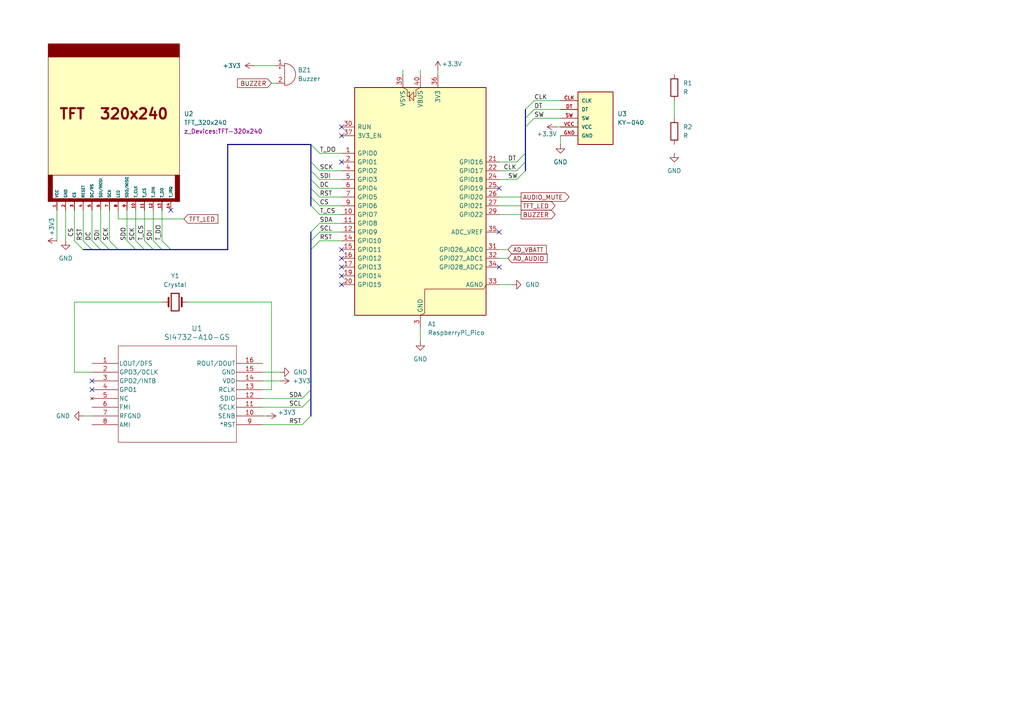
<source format=kicad_sch>
(kicad_sch (version 20250114) (generator "eeschema") (generator_version "9.0")
  (paper "A4")
  (lib_symbols
    (symbol "Device:Buzzer" (pin_names (offset 0.0254) (hide yes))
      (property "Reference" "BZ" (at 3.81 1.27 0))
      (property "Value" "Buzzer" (at 3.81 -1.27 0))
      (symbol "Buzzer_0_1"
        (polyline (pts (xy -1.651 1.905) (xy -1.143 1.905)))
        (polyline (pts (xy -1.397 2.159) (xy -1.397 1.651)))
        (arc (start 0 3.175) (mid 3.1612 0) (end 0 -3.175))
        (polyline (pts (xy 0 3.175) (xy 0 -3.175)))
      )
      (symbol "Buzzer_1_1"
        (pin passive line (at -2.54 2.54 0) (length 2.54) (name "+") (number "1"))
        (pin passive line (at -2.54 -2.54 0) (length 2.54) (name "-") (number "2"))
      )
    )
    (symbol "Device:Crystal" (pin_numbers (hide yes)) (pin_names (offset 1.016) (hide yes))
      (property "Reference" "Y" (at 0 3.81 0))
      (property "Value" "Crystal" (at 0 -3.81 0))
      (symbol "Crystal_0_1"
        (polyline (pts (xy -2.54 0) (xy -1.905 0)))
        (polyline (pts (xy -1.905 -1.27) (xy -1.905 1.27)) (stroke (width 0.508)))
        (rectangle (start -1.143 2.54) (end 1.143 -2.54) (stroke (width 0.3048)))
        (polyline (pts (xy 1.905 -1.27) (xy 1.905 1.27)) (stroke (width 0.508)))
        (polyline (pts (xy 2.54 0) (xy 1.905 0)))
      )
      (symbol "Crystal_1_1"
        (pin passive line (at -3.81 0 0) (length 1.27) (name "1") (number "1"))
        (pin passive line (at 3.81 0 180) (length 1.27) (name "2") (number "2"))
      )
    )
    (symbol "Device:KY-040" (pin_names (offset 1.016))
      (property "Reference" "U" (at -5.08 10.16 0))
      (property "Value" "KY-040" (at -5.08 -12.7 0))
      (symbol "KY-040_0_0"
        (rectangle (start -5.08 -7.62) (end 5.08 7.62) (stroke (width 0.254)) (fill (type background)))
        (pin output line (at -10.16 5.08 0) (length 5.08) (name "CLK") (number "CLK"))
        (pin output line (at -10.16 2.54 0) (length 5.08) (name "DT") (number "DT"))
        (pin output line (at -10.16 0 0) (length 5.08) (name "SW") (number "SW"))
        (pin power_in line (at -10.16 -2.54 0) (length 5.08) (name "VCC") (number "VCC"))
        (pin power_in line (at -10.16 -5.08 0) (length 5.08) (name "GND") (number "GND"))
      )
    )
    (symbol "Device:R" (pin_numbers (hide yes)) (pin_names (offset 0))
      (property "Reference" "R" (at 2.032 0 90))
      (property "Value" "R" (at 0 0 90))
      (symbol "R_0_1"
        (rectangle (start -1.016 -2.54) (end 1.016 2.54) (stroke (width 0.254)))
      )
      (symbol "R_1_1"
        (pin passive line (at 0 3.81 270) (length 1.27) (name "~") (number "1"))
        (pin passive line (at 0 -3.81 90) (length 1.27) (name "~") (number "2"))
      )
    )
    (symbol "Display_Graphic:TFT_320x240" (pin_names (offset 1.016))
      (property "Reference" "U?" (at 20.32 25.4001 0))
      (property "Value" "TFT_320x240" (at 20.32 22.8601 0))
      (property "Footprint" "z_Devices:TFT-320x240" (at 20.32 20.3201 0))
      (symbol "TFT_320x240_0_0"
        (text "TFT  320x240" (at 0 25.4 0) (effects (font (size 2.9972 2.9972) (bold yes))))
      )
      (symbol "TFT_320x240_0_1"
        (rectangle (start -19.05 41.91) (end 19.05 45.72) (fill (type outline)))
        (rectangle (start -19.05 41.91) (end 19.05 7.62) (fill (type background)))
        (rectangle (start -19.05 7.62) (end -17.78 0) (fill (type outline)))
        (rectangle (start -19.05 7.62) (end 19.05 0))
        (rectangle (start -19.05 0.8382) (end 19.05 0) (fill (type outline)))
        (rectangle (start 17.78 7.62) (end 19.05 0) (fill (type outline)))
      )
      (symbol "TFT_320x240_1_1"
        (pin power_in line (at -16.51 -2.54 90) (length 2.54) (name "VCC") (number "1"))
        (pin bidirectional line (at -13.97 -2.54 90) (length 2.54) (name "GND") (number "2"))
        (pin bidirectional line (at -11.43 -2.54 90) (length 2.54) (name "CS") (number "3"))
        (pin bidirectional line (at -8.89 -2.54 90) (length 2.54) (name "RESET") (number "4"))
        (pin bidirectional line (at -6.35 -2.54 90) (length 2.54) (name "DC/RS") (number "5"))
        (pin bidirectional line (at -3.81 -2.54 90) (length 2.54) (name "SDI/MOSI") (number "6"))
        (pin bidirectional line (at -1.27 -2.54 90) (length 2.54) (name "SCK") (number "7"))
        (pin power_in line (at 1.27 -2.54 90) (length 2.54) (name "LED") (number "8"))
        (pin bidirectional line (at 3.81 -2.54 90) (length 2.54) (name "SDO/MISO") (number "9"))
        (pin bidirectional line (at 6.35 -2.54 90) (length 2.54) (name "T_CLK") (number "10"))
        (pin bidirectional line (at 8.89 -2.54 90) (length 2.54) (name "T_CS") (number "11"))
        (pin bidirectional line (at 11.43 -2.54 90) (length 2.54) (name "T_DIN") (number "12"))
        (pin bidirectional line (at 13.97 -2.54 90) (length 2.54) (name "T_DO") (number "13"))
        (pin bidirectional line (at 16.51 -2.54 90) (length 2.54) (name "T_IRQ") (number "14"))
      )
    )
    (symbol "MCU_Module:RaspberryPi_Pico" (pin_names (offset 0.762))
      (property "Reference" "A" (at -19.05 35.56 0))
      (property "Value" "RaspberryPi_Pico" (at 7.62 35.56 0))
      (symbol "RaspberryPi_Pico_0_1"
        (rectangle (start -19.05 34.29) (end 19.05 -31.75) (stroke (width 0.254)) (fill (type background)))
        (polyline (pts (xy -5.08 34.29) (xy -3.81 33.655) (xy -3.81 31.75) (xy -3.175 31.75)))
        (polyline (pts (xy -3.429 32.766) (xy -3.429 33.02) (xy -3.175 33.02) (xy -3.175 30.48) (xy -2.921 30.48) (xy -2.921 30.734)))
        (polyline (pts (xy -3.175 31.75) (xy -1.905 33.02) (xy -1.905 30.48) (xy -3.175 31.75)))
        (polyline (pts (xy 0 34.29) (xy -1.27 33.655) (xy -1.27 31.75) (xy -1.905 31.75)))
        (polyline (pts (xy 0 -31.75) (xy 1.27 -31.115) (xy 1.27 -24.13) (xy 18.415 -24.13) (xy 19.05 -22.86)))
      )
      (symbol "RaspberryPi_Pico_1_1"
        (pin passive line (at -22.86 22.86 0) (length 3.81) (name "RUN") (number "30"))
        (pin passive line (at -22.86 20.32 0) (length 3.81) (name "3V3_EN") (number "37"))
        (pin bidirectional line (at -22.86 15.24 0) (length 3.81) (name "GPIO0") (number "1"))
        (pin bidirectional line (at -22.86 12.7 0) (length 3.81) (name "GPIO1") (number "2"))
        (pin bidirectional line (at -22.86 10.16 0) (length 3.81) (name "GPIO2") (number "4"))
        (pin bidirectional line (at -22.86 7.62 0) (length 3.81) (name "GPIO3") (number "5"))
        (pin bidirectional line (at -22.86 5.08 0) (length 3.81) (name "GPIO4") (number "6"))
        (pin bidirectional line (at -22.86 2.54 0) (length 3.81) (name "GPIO5") (number "7"))
        (pin bidirectional line (at -22.86 0 0) (length 3.81) (name "GPIO6") (number "9"))
        (pin bidirectional line (at -22.86 -2.54 0) (length 3.81) (name "GPIO7") (number "10"))
        (pin bidirectional line (at -22.86 -5.08 0) (length 3.81) (name "GPIO8") (number "11"))
        (pin bidirectional line (at -22.86 -7.62 0) (length 3.81) (name "GPIO9") (number "12"))
        (pin bidirectional line (at -22.86 -10.16 0) (length 3.81) (name "GPIO10") (number "14"))
        (pin bidirectional line (at -22.86 -12.7 0) (length 3.81) (name "GPIO11") (number "15"))
        (pin bidirectional line (at -22.86 -15.24 0) (length 3.81) (name "GPIO12") (number "16"))
        (pin bidirectional line (at -22.86 -17.78 0) (length 3.81) (name "GPIO13") (number "17"))
        (pin bidirectional line (at -22.86 -20.32 0) (length 3.81) (name "GPIO14") (number "19"))
        (pin bidirectional line (at -22.86 -22.86 0) (length 3.81) (name "GPIO15") (number "20"))
        (pin power_in line (at -5.08 38.1 270) (length 3.81) (name "VSYS") (number "39"))
        (pin power_out line (at 0 38.1 270) (length 3.81) (name "VBUS") (number "40"))
        (pin passive line (at 0 -35.56 90) (length 3.81) (hide yes) (name "GND") (number "13"))
        (pin passive line (at 0 -35.56 90) (length 3.81) (hide yes) (name "GND") (number "18"))
        (pin passive line (at 0 -35.56 90) (length 3.81) (hide yes) (name "GND") (number "23"))
        (pin passive line (at 0 -35.56 90) (length 3.81) (hide yes) (name "GND") (number "28"))
        (pin power_out line (at 0 -35.56 90) (length 3.81) (name "GND") (number "3"))
        (pin passive line (at 0 -35.56 90) (length 3.81) (hide yes) (name "GND") (number "38"))
        (pin passive line (at 0 -35.56 90) (length 3.81) (hide yes) (name "GND") (number "8"))
        (pin power_out line (at 5.08 38.1 270) (length 3.81) (name "3V3") (number "36"))
        (pin bidirectional line (at 22.86 12.7 180) (length 3.81) (name "GPIO16") (number "21"))
        (pin bidirectional line (at 22.86 10.16 180) (length 3.81) (name "GPIO17") (number "22"))
        (pin bidirectional line (at 22.86 7.62 180) (length 3.81) (name "GPIO18") (number "24"))
        (pin bidirectional line (at 22.86 5.08 180) (length 3.81) (name "GPIO19") (number "25"))
        (pin bidirectional line (at 22.86 2.54 180) (length 3.81) (name "GPIO20") (number "26"))
        (pin bidirectional line (at 22.86 0 180) (length 3.81) (name "GPIO21") (number "27"))
        (pin bidirectional line (at 22.86 -2.54 180) (length 3.81) (name "GPIO22") (number "29"))
        (pin power_in line (at 22.86 -7.62 180) (length 3.81) (name "ADC_VREF") (number "35"))
        (pin bidirectional line (at 22.86 -12.7 180) (length 3.81) (name "GPIO26_ADC0") (number "31"))
        (pin bidirectional line (at 22.86 -15.24 180) (length 3.81) (name "GPIO27_ADC1") (number "32"))
        (pin bidirectional line (at 22.86 -17.78 180) (length 3.81) (name "GPIO28_ADC2") (number "34"))
        (pin power_out line (at 22.86 -22.86 180) (length 3.81) (name "AGND") (number "33"))
      )
    )
    (symbol "RF_AM_FM:SI4732-A10-GS" (pin_names (offset 0.254))
      (property "Reference" "U" (at 30.48 10.16 0))
      (property "Value" "SI4732-A10-GS" (at 30.48 7.62 0))
      (symbol "SI4732-A10-GS_0_1"
        (polyline (pts (xy 7.62 5.08) (xy 7.62 -22.86)) (stroke (width 0.127)))
        (polyline (pts (xy 7.62 -22.86) (xy 41.91 -22.86)) (stroke (width 0.127)))
        (polyline (pts (xy 41.91 5.08) (xy 7.62 5.08)) (stroke (width 0.127)))
        (polyline (pts (xy 41.91 -22.86) (xy 41.91 5.08)) (stroke (width 0.127)))
        (pin unspecified line (at 0 0 0) (length 7.62) (name "LOUT/DFS") (number "1"))
        (pin unspecified line (at 0 -2.54 0) (length 7.62) (name "GPO3/DCLK") (number "2"))
        (pin unspecified line (at 0 -5.08 0) (length 7.62) (name "GPO2/INTB") (number "3"))
        (pin unspecified line (at 0 -7.62 0) (length 7.62) (name "GPO1") (number "4"))
        (pin no_connect line (at 0 -10.16 0) (length 7.62) (name "NC") (number "5"))
        (pin unspecified line (at 0 -12.7 0) (length 7.62) (name "FMI") (number "6"))
        (pin power_out line (at 0 -15.24 0) (length 7.62) (name "RFGND") (number "7"))
        (pin unspecified line (at 0 -17.78 0) (length 7.62) (name "AMI") (number "8"))
        (pin unspecified line (at 49.53 0 180) (length 7.62) (name "ROUT/DOUT") (number "16"))
        (pin power_out line (at 49.53 -2.54 180) (length 7.62) (name "GND") (number "15"))
        (pin power_in line (at 49.53 -5.08 180) (length 7.62) (name "VDD") (number "14"))
        (pin unspecified line (at 49.53 -7.62 180) (length 7.62) (name "RCLK") (number "13"))
        (pin unspecified line (at 49.53 -10.16 180) (length 7.62) (name "SDIO") (number "12"))
        (pin unspecified line (at 49.53 -12.7 180) (length 7.62) (name "SCLK") (number "11"))
        (pin unspecified line (at 49.53 -15.24 180) (length 7.62) (name "SENB") (number "10"))
        (pin unspecified line (at 49.53 -17.78 180) (length 7.62) (name "*RST") (number "9"))
      )
    )
    (symbol "power:+3.3V" (power) (pin_numbers (hide yes)) (pin_names (offset 0) (hide yes))
      (property "Value" "+3.3V" (at 0 3.556 0))
      (symbol "+3.3V_0_1"
        (polyline (pts (xy -0.762 1.27) (xy 0 2.54)))
        (polyline (pts (xy 0 2.54) (xy 0.762 1.27)))
        (polyline (pts (xy 0 0) (xy 0 2.54)))
      )
      (symbol "+3.3V_1_1"
        (pin power_in line (at 0 0 90) (length 0) (name "~") (number "1"))
      )
    )
    (symbol "power:+3V3" (power) (pin_numbers (hide yes)) (pin_names (offset 0) (hide yes))
      (property "Value" "+3V3" (at 0 3.556 0))
      (symbol "+3V3_0_1"
        (polyline (pts (xy -0.762 1.27) (xy 0 2.54)))
        (polyline (pts (xy 0 2.54) (xy 0.762 1.27)))
        (polyline (pts (xy 0 0) (xy 0 2.54)))
      )
      (symbol "+3V3_1_1"
        (pin power_in line (at 0 0 90) (length 0) (name "~") (number "1"))
      )
    )
    (symbol "power:GND" (power) (pin_numbers (hide yes)) (pin_names (offset 0) (hide yes))
      (property "Value" "GND" (at 0 -3.81 0))
      (symbol "GND_0_1"
        (polyline (pts (xy 0 0) (xy 0 -1.27) (xy 1.27 -1.27) (xy 0 -2.54) (xy -1.27 -1.27) (xy 0 -1.27)))
      )
      (symbol "GND_1_1"
        (pin power_in line (at 0 0 270) (length 0) (name "~") (number "1"))
      )
    )
  )
  (no_connect (at 99.06 74.93))
  (no_connect (at 26.67 110.49))
  (no_connect (at 99.06 82.55))
  (no_connect (at 99.06 39.37))
  (no_connect (at 99.06 72.39))
  (no_connect (at 144.78 67.31))
  (no_connect (at 49.53 60.96))
  (no_connect (at 99.06 46.99))
  (no_connect (at 99.06 77.47))
  (no_connect (at 144.78 77.47))
  (no_connect (at 99.06 80.01))
  (no_connect (at 99.06 36.83))
  (no_connect (at 26.67 113.03))
  (no_connect (at 144.78 54.61))
  (bus_entry (at 87.63 115.57) (size 2.54 -2.54))
  (bus_entry (at 44.45 69.85) (size 2.54 2.54))
  (bus_entry (at 149.86 46.99) (size 2.54 -2.54))
  (bus_entry (at 29.21 69.85) (size 2.54 2.54))
  (bus_entry (at 149.86 52.07) (size 2.54 -2.54))
  (bus_entry (at 152.4 31.75) (size 2.54 -2.54))
  (bus_entry (at 26.67 69.85) (size 2.54 2.54))
  (bus_entry (at 90.17 52.07) (size 2.54 2.54))
  (bus_entry (at 90.17 54.61) (size 2.54 2.54))
  (bus_entry (at 90.17 49.53) (size 2.54 2.54))
  (bus_entry (at 87.63 118.11) (size 2.54 -2.54))
  (bus_entry (at 46.99 69.85) (size 2.54 2.54))
  (bus_entry (at 90.17 72.39) (size 2.54 -2.54))
  (bus_entry (at 90.17 69.85) (size 2.54 -2.54))
  (bus_entry (at 90.17 57.15) (size 2.54 2.54))
  (bus_entry (at 90.17 67.31) (size 2.54 -2.54))
  (bus_entry (at 90.17 59.69) (size 2.54 2.54))
  (bus_entry (at 24.13 69.85) (size 2.54 2.54))
  (bus_entry (at 90.17 41.91) (size 2.54 2.54))
  (bus_entry (at 36.83 69.85) (size 2.54 2.54))
  (bus_entry (at 41.91 69.85) (size 2.54 2.54))
  (bus_entry (at 87.63 123.19) (size 2.54 -2.54))
  (bus_entry (at 39.37 69.85) (size 2.54 2.54))
  (bus_entry (at 90.17 46.99) (size 2.54 2.54))
  (bus_entry (at 21.59 69.85) (size 2.54 2.54))
  (bus_entry (at 149.86 49.53) (size 2.54 -2.54))
  (bus_entry (at 31.75 69.85) (size 2.54 2.54))
  (bus_entry (at 152.4 36.83) (size 2.54 -2.54))
  (bus_entry (at 152.4 34.29) (size 2.54 -2.54))
  (wire (pts (xy 144.78 49.53) (xy 149.86 49.53)))
  (wire (pts (xy 144.78 82.55) (xy 148.59 82.55)))
  (wire (pts (xy 46.99 87.63) (xy 21.59 87.63)))
  (wire (pts (xy 41.91 60.96) (xy 41.91 69.85)))
  (wire (pts (xy 24.13 120.65) (xy 26.67 120.65)))
  (wire (pts (xy 76.2 115.57) (xy 87.63 115.57)))
  (wire (pts (xy 144.78 72.39) (xy 147.32 72.39)))
  (bus (pts (xy 90.17 57.15) (xy 90.17 54.61)))
  (wire (pts (xy 154.94 34.29) (xy 162.56 34.29)))
  (bus (pts (xy 90.17 41.91) (xy 90.17 46.99)))
  (bus (pts (xy 31.75 72.39) (xy 34.29 72.39)))
  (wire (pts (xy 144.78 59.69) (xy 151.13 59.69)))
  (wire (pts (xy 116.84 20.32) (xy 116.84 21.59)))
  (bus (pts (xy 66.04 41.91) (xy 66.04 72.39)))
  (wire (pts (xy 154.94 31.75) (xy 162.56 31.75)))
  (wire (pts (xy 144.78 74.93) (xy 147.32 74.93)))
  (wire (pts (xy 76.2 110.49) (xy 81.28 110.49)))
  (wire (pts (xy 92.71 54.61) (xy 99.06 54.61)))
  (wire (pts (xy 162.56 39.37) (xy 162.56 41.91)))
  (wire (pts (xy 154.94 29.21) (xy 162.56 29.21)))
  (wire (pts (xy 21.59 87.63) (xy 21.59 107.95)))
  (wire (pts (xy 144.78 62.23) (xy 151.13 62.23)))
  (bus (pts (xy 90.17 115.57) (xy 90.17 120.65)))
  (bus (pts (xy 90.17 67.31) (xy 90.17 69.85)))
  (bus (pts (xy 29.21 72.39) (xy 31.75 72.39)))
  (wire (pts (xy 29.21 60.96) (xy 29.21 69.85)))
  (bus (pts (xy 152.4 36.83) (xy 152.4 44.45)))
  (wire (pts (xy 92.71 64.77) (xy 99.06 64.77)))
  (wire (pts (xy 127 20.32) (xy 127 21.59)))
  (wire (pts (xy 16.51 60.96) (xy 16.51 69.85)))
  (wire (pts (xy 195.58 29.21) (xy 195.58 34.29)))
  (wire (pts (xy 92.71 44.45) (xy 99.06 44.45)))
  (wire (pts (xy 46.99 60.96) (xy 46.99 69.85)))
  (bus (pts (xy 90.17 52.07) (xy 90.17 49.53)))
  (bus (pts (xy 90.17 72.39) (xy 90.17 113.03)))
  (bus (pts (xy 41.91 72.39) (xy 44.45 72.39)))
  (wire (pts (xy 92.71 59.69) (xy 99.06 59.69)))
  (wire (pts (xy 161.29 36.83) (xy 162.56 36.83)))
  (wire (pts (xy 92.71 69.85) (xy 99.06 69.85)))
  (wire (pts (xy 76.2 118.11) (xy 87.63 118.11)))
  (wire (pts (xy 144.78 52.07) (xy 149.86 52.07)))
  (wire (pts (xy 34.29 60.96) (xy 34.29 63.5)))
  (wire (pts (xy 78.74 113.03) (xy 78.74 87.63)))
  (bus (pts (xy 90.17 59.69) (xy 90.17 57.15)))
  (wire (pts (xy 24.13 60.96) (xy 24.13 69.85)))
  (wire (pts (xy 76.2 107.95) (xy 81.28 107.95)))
  (wire (pts (xy 121.92 20.32) (xy 121.92 21.59)))
  (wire (pts (xy 73.66 19.05) (xy 80.01 19.05)))
  (bus (pts (xy 66.04 72.39) (xy 49.53 72.39)))
  (wire (pts (xy 144.78 57.15) (xy 151.13 57.15)))
  (bus (pts (xy 44.45 72.39) (xy 46.99 72.39)))
  (bus (pts (xy 24.13 72.39) (xy 26.67 72.39)))
  (bus (pts (xy 152.4 31.75) (xy 152.4 34.29)))
  (wire (pts (xy 21.59 60.96) (xy 21.59 69.85)))
  (wire (pts (xy 39.37 60.96) (xy 39.37 69.85)))
  (wire (pts (xy 92.71 52.07) (xy 99.06 52.07)))
  (wire (pts (xy 76.2 123.19) (xy 87.63 123.19)))
  (bus (pts (xy 152.4 34.29) (xy 152.4 36.83)))
  (bus (pts (xy 46.99 72.39) (xy 49.53 72.39)))
  (wire (pts (xy 92.71 62.23) (xy 99.06 62.23)))
  (wire (pts (xy 76.2 113.03) (xy 78.74 113.03)))
  (bus (pts (xy 39.37 72.39) (xy 41.91 72.39)))
  (bus (pts (xy 152.4 46.99) (xy 152.4 49.53)))
  (wire (pts (xy 144.78 46.99) (xy 149.86 46.99)))
  (bus (pts (xy 34.29 72.39) (xy 39.37 72.39)))
  (wire (pts (xy 92.71 67.31) (xy 99.06 67.31)))
  (wire (pts (xy 31.75 60.96) (xy 31.75 69.85)))
  (bus (pts (xy 90.17 113.03) (xy 90.17 115.57)))
  (wire (pts (xy 26.67 60.96) (xy 26.67 69.85)))
  (bus (pts (xy 152.4 44.45) (xy 152.4 46.99)))
  (wire (pts (xy 76.2 120.65) (xy 77.47 120.65)))
  (bus (pts (xy 90.17 49.53) (xy 90.17 46.99)))
  (wire (pts (xy 78.74 24.13) (xy 80.01 24.13)))
  (bus (pts (xy 90.17 69.85) (xy 90.17 72.39)))
  (wire (pts (xy 53.34 63.5) (xy 34.29 63.5)))
  (wire (pts (xy 36.83 60.96) (xy 36.83 69.85)))
  (wire (pts (xy 78.74 87.63) (xy 54.61 87.63)))
  (wire (pts (xy 92.71 49.53) (xy 99.06 49.53)))
  (wire (pts (xy 19.05 60.96) (xy 19.05 69.85)))
  (wire (pts (xy 92.71 57.15) (xy 99.06 57.15)))
  (wire (pts (xy 121.92 95.25) (xy 121.92 99.06)))
  (bus (pts (xy 90.17 54.61) (xy 90.17 52.07)))
  (bus (pts (xy 66.04 41.91) (xy 90.17 41.91)))
  (wire (pts (xy 44.45 60.96) (xy 44.45 69.85)))
  (wire (pts (xy 21.59 107.95) (xy 26.67 107.95)))
  (bus (pts (xy 26.67 72.39) (xy 29.21 72.39)))
  (label "SDI" (at 92.71 52.07 0))
  (label "SDI" (at 44.45 69.85 90))
  (label "RST" (at 92.71 69.85 0))
  (label "SCL" (at 92.71 67.31 0))
  (label "DC" (at 92.71 54.61 0))
  (label "DT" (at 154.94 31.75 0))
  (label "SDO" (at 36.83 69.85 90))
  (label "SDI" (at 29.21 69.85 90))
  (label "RST" (at 24.13 69.85 90))
  (label "CS" (at 21.59 66.04 270))
  (label "SDA" (at 92.71 64.77 0))
  (label "RST" (at 83.82 123.19 0))
  (label "T_DO" (at 46.99 69.85 90))
  (label "RST" (at 92.71 57.15 0))
  (label "CLK" (at 146.05 49.53 0))
  (label "T_CS" (at 92.71 62.23 0))
  (label "SCK" (at 31.75 69.85 90))
  (label "SCL" (at 83.82 118.11 0))
  (label "SW" (at 154.94 34.29 0))
  (label "T_CS" (at 41.91 69.85 90))
  (label "CS" (at 92.71 59.69 0))
  (label "DC" (at 26.67 69.85 90))
  (label "SCK" (at 92.71 49.53 0))
  (label "DT" (at 147.32 46.99 0))
  (label "CLK" (at 154.94 29.21 0))
  (label "SCK" (at 39.37 69.85 90))
  (label "SW" (at 147.32 52.07 0))
  (label "T_DO" (at 92.71 44.45 0))
  (label "SDA" (at 83.82 115.57 0))
  (global_label "BUZZER" (shape output) (at 151.13 62.23 0) (property "Intersheetrefs" "${INTERSHEET_REFS}" (effects (hide yes))))
  (global_label "AD_AUDIO" (shape input) (at 147.32 74.93 0) (property "Intersheetrefs" "${INTERSHEET_REFS}" (effects (hide yes))))
  (global_label "TFT_LED" (shape input) (at 53.34 63.5 0) (property "Intersheetrefs" "${INTERSHEET_REFS}" (effects (hide yes))))
  (global_label "AUDIO_MUTE" (shape output) (at 151.13 57.15 0) (property "Intersheetrefs" "${INTERSHEET_REFS}" (effects (hide yes))))
  (global_label "BUZZER" (shape input) (at 78.74 24.13 180) (property "Intersheetrefs" "${INTERSHEET_REFS}" (effects (hide yes))))
  (global_label "TFT_LED" (shape output) (at 151.13 59.69 0) (property "Intersheetrefs" "${INTERSHEET_REFS}" (effects (hide yes))))
  (global_label "AD_VBATT" (shape input) (at 147.32 72.39 0) (property "Intersheetrefs" "${INTERSHEET_REFS}" (effects (hide yes))))
  (symbol (lib_id "power:+3V3") (at 81.28 110.49 270) (unit 1)
    (property "Reference" "#PWR09" (effects (hide yes)))
    (property "Value" "+3V3" (at 84.836 110.49 90) (effects (justify left)))
    (property "Description" "Power symbol creates a global label with name \"+3V3\"" (effects (hide yes)))
  )
  (symbol (lib_id "power:+3.3V") (at 127 20.32 0) (unit 1)
    (property "Reference" "#PWR04" (effects (hide yes)))
    (property "Value" "+3.3V" (at 131.064 18.542 0))
    (property "Description" "Power symbol creates a global label with name \"+3.3V\"" (effects (hide yes)))
  )
  (symbol (lib_id "Device:KY-040") (at 172.72 34.29 0) (unit 1)
    (property "Reference" "U3" (at 179.07 33.0199 0) (effects (justify left)))
    (property "Value" "KY-040" (at 179.07 35.5599 0) (effects (justify left)))
    (property "Footprint" "KY-040:KY-040-PORT" (effects (hide yes)))
    (property "MF" "Joy-IT" (effects (hide yes)))
    (property "Description_1" "KY-5.0-4P Green(RAL6018/T) ; CONTACT WITH TIN PLATED MARK" (effects (hide yes)))
    (property "Package" "Package" (effects (hide yes)))
    (property "Price" "None" (effects (hide yes)))
    (property "SnapEDA_Link" "https://www.snapeda.com/parts/KY-040/Joy-IT/view-part/?ref=snap" (effects (hide yes)))
    (property "MP" "KY-040" (effects (hide yes)))
    (property "Availability" "Not in stock" (effects (hide yes)))
    (property "Check_prices" "https://www.snapeda.com/parts/KY-040/Joy-IT/view-part/?ref=eda" (effects (hide yes)))
  )
  (symbol (lib_id "power:GND") (at 195.58 44.45 0) (unit 1)
    (property "Reference" "#PWR013" (effects (hide yes)))
    (property "Value" "GND" (at 195.58 49.53 0))
    (property "Description" "Power symbol creates a global label with name \"GND\" , ground" (effects (hide yes)))
  )
  (symbol (lib_id "power:GND") (at 19.05 69.85 0) (unit 1)
    (property "Reference" "#PWR02" (effects (hide yes)))
    (property "Value" "GND" (at 19.05 74.93 0))
    (property "Description" "Power symbol creates a global label with name \"GND\" , ground" (effects (hide yes)))
  )
  (symbol (lib_id "power:GND") (at 148.59 82.55 90) (unit 1)
    (property "Reference" "#PWR012" (effects (hide yes)))
    (property "Value" "GND" (at 152.4 82.5499 90) (effects (justify right)))
    (property "Description" "Power symbol creates a global label with name \"GND\" , ground" (effects (hide yes)))
  )
  (symbol (lib_id "Device:R") (at 195.58 25.4 0) (unit 1)
    (property "Reference" "R1" (at 198.12 24.1299 0) (effects (justify left)))
    (property "Value" "R" (at 198.12 26.6699 0) (effects (justify left)))
    (property "Description" "Resistor" (effects (hide yes)))
  )
  (symbol (lib_id "power:GND") (at 81.28 107.95 90) (unit 1)
    (property "Reference" "#PWR08" (effects (hide yes)))
    (property "Value" "GND" (at 85.09 107.9499 90) (effects (justify right)))
    (property "Description" "Power symbol creates a global label with name \"GND\" , ground" (effects (hide yes)))
  )
  (symbol (lib_id "MCU_Module:RaspberryPi_Pico") (at 121.92 59.69 0) (unit 1)
    (property "Reference" "A1" (at 124.0633 93.98 0) (effects (justify left)))
    (property "Value" "RaspberryPi_Pico" (at 124.0633 96.52 0) (effects (justify left)))
    (property "Footprint" "Module:RaspberryPi_Pico_Common_Unspecified" (effects (hide yes)))
    (property "Datasheet" "https://datasheets.raspberrypi.com/pico/pico-datasheet.pdf" (effects (hide yes)))
    (property "Description" "Versatile and inexpensive microcontroller module powered by RP2040 dual-core Arm Cortex-M0+ processor up to 133 MHz, 264kB SRAM, 2MB QSPI flash; also supports Raspberry Pi Pico 2" (effects (hide yes)))
  )
  (symbol (lib_id "power:GND") (at 121.92 99.06 0) (unit 1)
    (property "Reference" "#PWR03" (effects (hide yes)))
    (property "Value" "GND" (at 121.92 104.14 0))
    (property "Description" "Power symbol creates a global label with name \"GND\" , ground" (effects (hide yes)))
  )
  (symbol (lib_id "Display_Graphic:TFT_320x240") (at 33.02 58.42 0) (unit 1)
    (property "Reference" "U2" (at 53.34 33.0199 0) (effects (justify left)))
    (property "Value" "TFT_320x240" (at 53.34 35.5599 0) (effects (justify left)))
    (property "Footprint" "z_Devices:TFT-320x240" (at 53.34 38.0999 0) (effects (justify left)))
  )
  (symbol (lib_id "power:+3.3V") (at 161.29 36.83 90) (unit 1)
    (property "Reference" "#PWR05" (effects (hide yes)))
    (property "Value" "+3.3V" (at 161.544 38.862 90) (effects (justify left)))
    (property "Description" "Power symbol creates a global label with name \"+3.3V\"" (effects (hide yes)))
  )
  (symbol (lib_id "power:GND") (at 162.56 41.91 0) (unit 1)
    (property "Reference" "#PWR06" (effects (hide yes)))
    (property "Value" "GND" (at 162.56 46.99 0))
    (property "Description" "Power symbol creates a global label with name \"GND\" , ground" (effects (hide yes)))
  )
  (symbol (lib_id "power:+3V3") (at 73.66 19.05 90) (unit 1)
    (property "Reference" "#PWR011" (effects (hide yes)))
    (property "Value" "+3V3" (at 69.85 19.0499 90) (effects (justify left)))
    (property "Description" "Power symbol creates a global label with name \"+3V3\"" (effects (hide yes)))
  )
  (symbol (lib_id "Device:Crystal") (at 50.8 87.63 0) (unit 1)
    (property "Reference" "Y1" (at 50.8 80.01 0))
    (property "Value" "Crystal" (at 50.8 82.55 0))
    (property "Description" "Two pin crystal" (effects (hide yes)))
  )
  (symbol (lib_id "Device:Buzzer") (at 82.55 21.59 0) (unit 1)
    (property "Reference" "BZ1" (at 86.36 20.3199 0) (effects (justify left)))
    (property "Value" "Buzzer" (at 86.36 22.8599 0) (effects (justify left)))
    (property "Description" "Buzzer, polarized" (effects (hide yes)))
  )
  (symbol (lib_id "Device:R") (at 195.58 38.1 0) (unit 1)
    (property "Reference" "R2" (at 198.12 36.8299 0) (effects (justify left)))
    (property "Value" "R" (at 198.12 39.3699 0) (effects (justify left)))
    (property "Description" "Resistor" (effects (hide yes)))
  )
  (symbol (lib_id "RF_AM_FM:SI4732-A10-GS") (at 26.67 105.41 0) (unit 1)
    (property "Reference" "U1" (at 57.15 95.25 0) (effects (font (size 1.524 1.524))))
    (property "Value" "SI4732-A10-GS" (at 57.15 97.79 0) (effects (font (size 1.524 1.524))))
    (property "Footprint" "SOIC_A10-GS_SIL" (effects (hide yes)))
    (property "Datasheet" "SI4732-A10-GS" (effects (hide yes)))
  )
  (symbol (lib_id "power:+3V3") (at 16.51 69.85 90) (mirror x) (unit 1)
    (property "Reference" "#PWR01" (effects (hide yes)))
    (property "Value" "+3V3" (at 14.986 65.786 0))
    (property "Description" "Power symbol creates a global label with name \"+3V3\"" (effects (hide yes)))
  )
  (symbol (lib_id "power:GND") (at 24.13 120.65 270) (unit 1)
    (property "Reference" "#PWR07" (effects (hide yes)))
    (property "Value" "GND" (at 20.32 120.6499 90) (effects (justify right)))
    (property "Description" "Power symbol creates a global label with name \"GND\" , ground" (effects (hide yes)))
  )
  (symbol (lib_id "power:+3V3") (at 77.47 120.65 270) (unit 1)
    (property "Reference" "#PWR010" (effects (hide yes)))
    (property "Value" "+3V3" (at 80.518 119.634 90) (effects (justify left)))
    (property "Description" "Power symbol creates a global label with name \"+3V3\"" (effects (hide yes)))
  )
)
</source>
